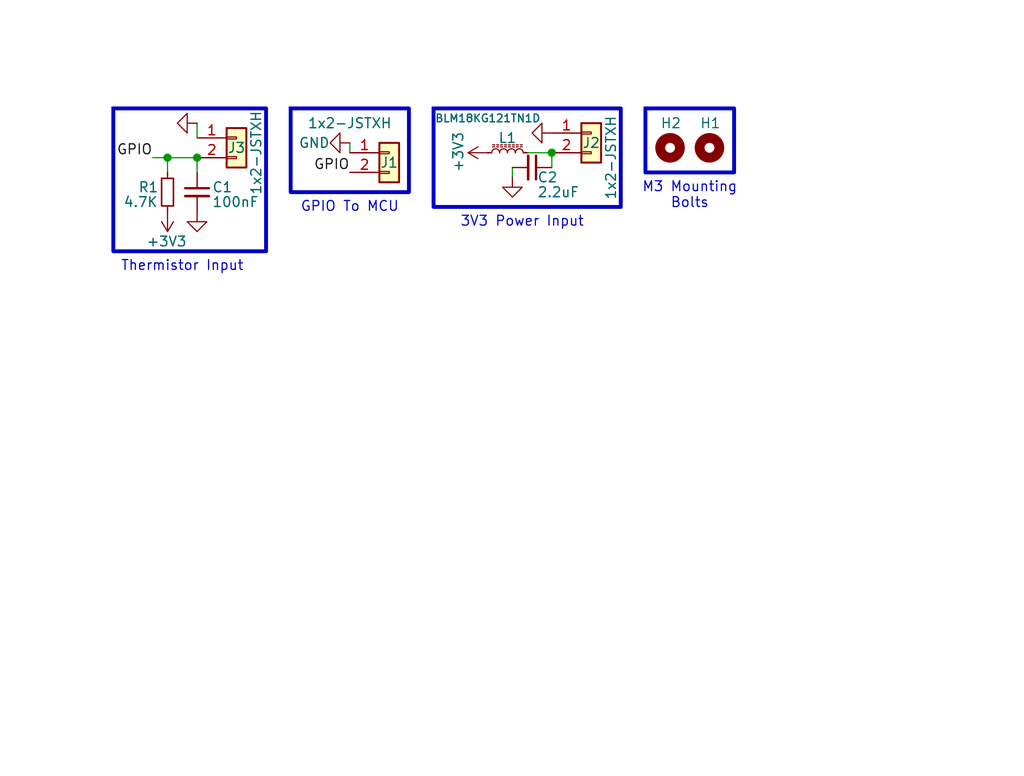
<source format=kicad_sch>
(kicad_sch (version 20231120) (generator "eeschema") (generator_version "8.0")
  (paper "User" 132 100)
  (title_block (title "ADC2THERM") (date "2024-06-04") (rev "1") (company "Pera @ https://transfur.science/f191") (comment 1 "CERN OHL v2 - S") (comment 3 "https://github.com/comradef191/adc2therm"))
  (lib_symbols
    (symbol "Connector_Generic:Conn_01x02" (pin_names (offset 1.016) hide)
      (property "Reference" "J" (at 0 2.54 0))
      (property "Value" "Conn_01x02" (at 0 -5.08 0))
      (symbol "Conn_01x02_1_1"
        (rectangle (start -1.27 -2.413) (end 0 -2.667) (stroke (width 0.1524)))
        (rectangle (start -1.27 0.127) (end 0 -0.127) (stroke (width 0.1524)))
        (rectangle (start -1.27 1.27) (end 1.27 -3.81) (stroke (width 0.254)) (fill (type background)))
        (pin passive line (at -5.08 0 0) (length 3.81) (name "Pin_1") (number "1"))
        (pin passive line (at -5.08 -2.54 0) (length 3.81) (name "Pin_2") (number "2"))
      )
    )
    (symbol "Device:C_Small" (pin_numbers hide) (pin_names (offset 0.254) hide)
      (property "Reference" "C" (at 0.254 1.778 0))
      (property "Value" "C_Small" (at 0.254 -2.032 0))
      (symbol "C_Small_0_1"
        (polyline (pts (xy -1.524 -0.508) (xy 1.524 -0.508)) (stroke (width 0.3302)))
        (polyline (pts (xy -1.524 0.508) (xy 1.524 0.508)) (stroke (width 0.3048)))
      )
      (symbol "C_Small_1_1"
        (pin passive line (at 0 2.54 270) (length 2.032) (name "~") (number "1"))
        (pin passive line (at 0 -2.54 90) (length 2.032) (name "~") (number "2"))
      )
    )
    (symbol "Device:L_Ferrite_Small" (pin_numbers hide) (pin_names (offset 0.254) hide)
      (property "Reference" "L" (at 1.27 1.016 0))
      (property "Value" "L_Ferrite_Small" (at 1.27 -1.27 0))
      (symbol "L_Ferrite_Small_0_1"
        (arc (start 0 -2.032) (mid 0.5058 -1.524) (end 0 -1.016))
        (arc (start 0 -1.016) (mid 0.5058 -0.508) (end 0 0))
        (polyline (pts (xy 0.762 -1.905) (xy 0.762 -1.651)))
        (polyline (pts (xy 0.762 -1.397) (xy 0.762 -1.143)))
        (polyline (pts (xy 0.762 -0.889) (xy 0.762 -0.635)))
        (polyline (pts (xy 0.762 -0.381) (xy 0.762 -0.127)))
        (polyline (pts (xy 0.762 0.127) (xy 0.762 0.381)))
        (polyline (pts (xy 0.762 0.635) (xy 0.762 0.889)))
        (polyline (pts (xy 0.762 1.143) (xy 0.762 1.397)))
        (polyline (pts (xy 0.762 1.651) (xy 0.762 1.905)))
        (polyline (pts (xy 1.016 -1.651) (xy 1.016 -1.905)))
        (polyline (pts (xy 1.016 -1.143) (xy 1.016 -1.397)))
        (polyline (pts (xy 1.016 -0.635) (xy 1.016 -0.889)))
        (polyline (pts (xy 1.016 -0.127) (xy 1.016 -0.381)))
        (polyline (pts (xy 1.016 0.381) (xy 1.016 0.127)))
        (polyline (pts (xy 1.016 0.889) (xy 1.016 0.635)))
        (polyline (pts (xy 1.016 1.397) (xy 1.016 1.143)))
        (polyline (pts (xy 1.016 1.905) (xy 1.016 1.651)))
        (arc (start 0 0) (mid 0.5058 0.508) (end 0 1.016))
        (arc (start 0 1.016) (mid 0.5058 1.524) (end 0 2.032))
      )
      (symbol "L_Ferrite_Small_1_1"
        (pin passive line (at 0 2.54 270) (length 0.508) (name "~") (number "1"))
        (pin passive line (at 0 -2.54 90) (length 0.508) (name "~") (number "2"))
      )
    )
    (symbol "Device:R_Small" (pin_numbers hide) (pin_names (offset 0.254) hide)
      (property "Reference" "R" (at 0.762 0.508 0))
      (property "Value" "R_Small" (at 0.762 -1.016 0))
      (symbol "R_Small_0_1"
        (rectangle (start -0.762 1.778) (end 0.762 -1.778) (stroke (width 0.2032)))
      )
      (symbol "R_Small_1_1"
        (pin passive line (at 0 2.54 270) (length 0.762) (name "~") (number "1"))
        (pin passive line (at 0 -2.54 90) (length 0.762) (name "~") (number "2"))
      )
    )
    (symbol "Mechanical:MountingHole" (pin_names (offset 1.016))
      (property "Reference" "H" (at 0 5.08 0))
      (property "Value" "MountingHole" (at 0 3.175 0))
      (symbol "MountingHole_0_1"
        (circle (center 0 0) (radius 1.27) (stroke (width 1.27)))
      )
    )
    (symbol "power:+3V3" (power) (pin_numbers hide) (pin_names (offset 0) hide)
      (property "Value" "+3V3" (at 0 3.556 0))
      (symbol "+3V3_0_1"
        (polyline (pts (xy -0.762 1.27) (xy 0 2.54)))
        (polyline (pts (xy 0 0) (xy 0 2.54)))
        (polyline (pts (xy 0 2.54) (xy 0.762 1.27)))
      )
      (symbol "+3V3_1_1"
        (pin power_in line (at 0 0 90) (length 0) (name "~") (number "1"))
      )
    )
    (symbol "power:GND" (power) (pin_numbers hide) (pin_names (offset 0) hide)
      (property "Value" "GND" (at 0 -3.81 0))
      (symbol "GND_0_1"
        (polyline (pts (xy 0 0) (xy 0 -1.27) (xy 1.27 -1.27) (xy 0 -2.54) (xy -1.27 -1.27) (xy 0 -1.27)))
      )
      (symbol "GND_1_1"
        (pin power_in line (at 0 0 270) (length 0) (name "~") (number "1"))
      )
    )
  )
  (junction (at 25.4 20.32))
  (junction (at 71.12 19.685))
  (junction (at 21.59 20.32))
  (wire (pts (xy 21.59 20.32) (xy 21.59 22.225)))
  (wire (pts (xy 25.4 20.32) (xy 25.4 22.225)))
  (wire (pts (xy 21.59 20.32) (xy 25.4 20.32)))
  (wire (pts (xy 19.685 20.32) (xy 21.59 20.32)))
  (wire (pts (xy 71.12 19.685) (xy 71.12 21.59)))
  (wire (pts (xy 66.04 22.86) (xy 66.04 21.59)))
  (wire (pts (xy 25.4 15.875) (xy 25.4 17.78)))
  (wire (pts (xy 45.085 18.415) (xy 45.085 19.685)))
  (wire (pts (xy 67.945 19.685) (xy 71.12 19.685)))
  (rectangle (start 83.185 13.97) (end 94.615 22.225) (stroke (width 0.5)))
  (rectangle (start 14.605 13.97) (end 34.29 32.385) (stroke (width 0.5)))
  (rectangle (start 55.88 13.97) (end 80.01 26.67) (stroke (width 0.5)))
  (rectangle (start 37.465 13.97) (end 52.705 24.765) (stroke (width 0.5)))
  (text "GPIO To MCU" (at 45.085 26.035 0) (effects (font (size 1.27 1.27)) (justify top)))
  (text "M3 Mounting\nBolts" (at 88.9 23.495 0) (effects (font (size 1.27 1.27)) (justify top)))
  (text "3V3 Power Input" (at 67.31 27.94 0) (effects (font (size 1.27 1.27)) (justify top)))
  (text "Thermistor Input" (at 23.495 33.655 0) (effects (font (size 1.27 1.27)) (justify top)))
  (label "GPIO" (at 19.685 20.32 180))
  (label "GPIO" (at 45.085 22.225 180))
  (symbol (lib_id "power:GND") (at 25.4 15.875 270) (unit 1)
    (property "Reference" "#PWR04" (effects (hide yes)))
    (property "Value" "GND" (effects (hide yes)))
    (property "Description" "Power symbol creates a global label with name \"GND\" , ground" (effects (hide yes)))
  )
  (symbol (lib_id "Mechanical:MountingHole") (at 86.36 19.05 0) (unit 1)
    (property "Reference" "H2" (at 85.09 15.875 0) (effects (justify left)))
    (property "Value" "MountingHole" (effects (hide yes)))
    (property "Footprint" "MountingHole:MountingHole_3.2mm_M3_ISO7380" (effects (hide yes)))
    (property "Description" "Mounting Hole without connection" (effects (hide yes)))
  )
  (symbol (lib_id "Connector_Generic:Conn_01x02") (at 30.48 17.78 0) (unit 1)
    (property "Reference" "J3" (at 30.48 19.05 0))
    (property "Value" "1x2-JSTXH" (at 33.02 19.685 90))
    (property "Footprint" "CustomFootprints:JST-XH_1x02-V ~ Custom" (effects (hide yes)))
    (property "Description" "Generic connector, single row, 01x02, script generated (kicad-library-utils/schlib/autogen/connector/)" (effects (hide yes)))
    (property "LCSC" "C5160911" (effects (hide yes)))
  )
  (symbol (lib_id "Device:R_Small") (at 21.59 24.765 180) (unit 1)
    (property "Reference" "R1" (at 17.78 24.13 0) (effects (justify right)))
    (property "Value" "4.7K" (at 15.875 26.035 0) (effects (justify right)))
    (property "Footprint" "Resistor_SMD:R_0603_1608Metric_Pad0.98x0.95mm_HandSolder" (effects (hide yes)))
    (property "Description" "Resistor, small symbol" (effects (hide yes)))
    (property "LCSC" "C2989672" (effects (hide yes)))
  )
  (symbol (lib_id "power:GND") (at 25.4 27.305 0) (unit 1)
    (property "Reference" "#PWR05" (effects (hide yes)))
    (property "Value" "GND" (effects (hide yes)))
    (property "Description" "Power symbol creates a global label with name \"GND\" , ground" (effects (hide yes)))
  )
  (symbol (lib_id "Mechanical:MountingHole") (at 91.44 19.05 0) (unit 1)
    (property "Reference" "H1" (at 90.17 15.875 0) (effects (justify left)))
    (property "Value" "MountingHole" (effects (hide yes)))
    (property "Footprint" "MountingHole:MountingHole_3.2mm_M3_ISO7380" (effects (hide yes)))
    (property "Description" "Mounting Hole without connection" (effects (hide yes)))
  )
  (symbol (lib_id "power:GND") (at 45.085 18.415 270) (unit 1)
    (property "Reference" "#PWR02" (effects (hide yes)))
    (property "Value" "GND" (at 42.545 18.415 90) (effects (justify right)))
    (property "Description" "Power symbol creates a global label with name \"GND\" , ground" (effects (hide yes)))
  )
  (symbol (lib_id "Connector_Generic:Conn_01x02") (at 50.165 19.685 0) (unit 1)
    (property "Reference" "J1" (at 50.165 20.955 0))
    (property "Value" "1x2-JSTXH" (at 45.085 15.875 0))
    (property "Footprint" "CustomFootprints:JST-XH_1x02-V ~ Custom" (effects (hide yes)))
    (property "Description" "Generic connector, single row, 01x02, script generated (kicad-library-utils/schlib/autogen/connector/)" (effects (hide yes)))
    (property "LCSC" "C5160911" (effects (hide yes)))
  )
  (symbol (lib_id "power:+3V3") (at 21.59 27.305 180) (unit 1)
    (property "Reference" "#PWR06" (effects (hide yes)))
    (property "Value" "+3V3" (at 24.13 31.115 0) (effects (justify left)))
    (property "Description" "Power symbol creates a global label with name \"+3V3\"" (effects (hide yes)))
  )
  (symbol (lib_id "power:GND") (at 66.04 22.86 0) (unit 1)
    (property "Reference" "#PWR07" (effects (hide yes)))
    (property "Value" "GND" (effects (hide yes)))
    (property "Description" "Power symbol creates a global label with name \"GND\" , ground" (effects (hide yes)))
  )
  (symbol (lib_id "Device:C_Small") (at 68.58 21.59 270) (unit 1)
    (property "Reference" "C2" (at 69.215 22.86 90) (effects (justify left)))
    (property "Value" "2.2uF" (at 69.215 24.765 90) (effects (justify left)))
    (property "Footprint" "PCM_Capacitor_SMD_AKL:C_0603_1608Metric_Pad1.05x0.95mm_HandSolder" (effects (hide yes)))
    (property "Description" "Unpolarized capacitor, small symbol" (effects (hide yes)))
    (property "LCSC" "C5189830" (effects (hide yes)))
  )
  (symbol (lib_id "Device:L_Ferrite_Small") (at 65.405 19.685 90) (unit 1)
    (property "Reference" "L1" (at 65.405 17.78 90))
    (property "Value" "BLM18KG121TN1D" (at 62.865 15.24 90) (effects (font (size 1 1))))
    (property "Footprint" "Inductor_SMD:L_0603_1608Metric_Pad1.05x0.95mm_HandSolder" (effects (hide yes)))
    (property "Description" "Inductor with ferrite core, small symbol" (effects (hide yes)))
    (property "LCSC" "C85831" (effects (hide yes)))
  )
  (symbol (lib_id "power:GND") (at 71.12 17.145 270) (unit 1)
    (property "Reference" "#PWR01" (effects (hide yes)))
    (property "Value" "GND" (effects (hide yes)))
    (property "Description" "Power symbol creates a global label with name \"GND\" , ground" (effects (hide yes)))
  )
  (symbol (lib_id "Device:C_Small") (at 25.4 24.765 0) (unit 1)
    (property "Reference" "C1" (at 27.305 24.13 0) (effects (justify left)))
    (property "Value" "100nF" (at 27.305 26.035 0) (effects (justify left)))
    (property "Footprint" "PCM_Capacitor_SMD_AKL:C_0603_1608Metric_Pad1.05x0.95mm_HandSolder" (effects (hide yes)))
    (property "Description" "Unpolarized capacitor, small symbol" (effects (hide yes)))
    (property "LCSC" "C519438" (effects (hide yes)))
  )
  (symbol (lib_id "power:+3V3") (at 62.865 19.685 90) (unit 1)
    (property "Reference" "#PWR03" (effects (hide yes)))
    (property "Value" "+3V3" (at 59.055 22.225 0) (effects (justify left)))
    (property "Description" "Power symbol creates a global label with name \"+3V3\"" (effects (hide yes)))
  )
  (symbol (lib_id "Connector_Generic:Conn_01x02") (at 76.2 17.145 0) (unit 1)
    (property "Reference" "J2" (at 76.2 18.415 0))
    (property "Value" "1x2-JSTXH" (at 78.74 20.32 90))
    (property "Footprint" "CustomFootprints:JST-XH_1x02-V ~ Custom" (effects (hide yes)))
    (property "Description" "Generic connector, single row, 01x02, script generated (kicad-library-utils/schlib/autogen/connector/)" (effects (hide yes)))
    (property "LCSC" "C5160911" (effects (hide yes)))
  )
)
</source>
